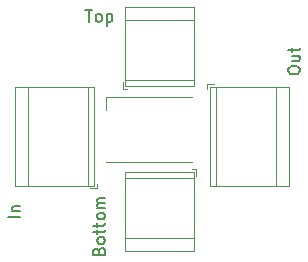
<source format=gbr>
%TF.GenerationSoftware,KiCad,Pcbnew,(6.0.7)*%
%TF.CreationDate,2022-11-13T21:56:09+01:00*%
%TF.ProjectId,LED Matrix,4c454420-4d61-4747-9269-782e6b696361,rev?*%
%TF.SameCoordinates,Original*%
%TF.FileFunction,Legend,Top*%
%TF.FilePolarity,Positive*%
%FSLAX46Y46*%
G04 Gerber Fmt 4.6, Leading zero omitted, Abs format (unit mm)*
G04 Created by KiCad (PCBNEW (6.0.7)) date 2022-11-13 21:56:09*
%MOMM*%
%LPD*%
G01*
G04 APERTURE LIST*
%ADD10C,0.150000*%
%ADD11C,0.120000*%
G04 APERTURE END LIST*
D10*
%TO.C,Out*%
X134072380Y-84653333D02*
X134072380Y-84462857D01*
X134120000Y-84367619D01*
X134215238Y-84272380D01*
X134405714Y-84224761D01*
X134739047Y-84224761D01*
X134929523Y-84272380D01*
X135024761Y-84367619D01*
X135072380Y-84462857D01*
X135072380Y-84653333D01*
X135024761Y-84748571D01*
X134929523Y-84843809D01*
X134739047Y-84891428D01*
X134405714Y-84891428D01*
X134215238Y-84843809D01*
X134120000Y-84748571D01*
X134072380Y-84653333D01*
X134405714Y-83367619D02*
X135072380Y-83367619D01*
X134405714Y-83796190D02*
X134929523Y-83796190D01*
X135024761Y-83748571D01*
X135072380Y-83653333D01*
X135072380Y-83510476D01*
X135024761Y-83415238D01*
X134977142Y-83367619D01*
X134405714Y-83034285D02*
X134405714Y-82653333D01*
X134072380Y-82891428D02*
X134929523Y-82891428D01*
X135024761Y-82843809D01*
X135072380Y-82748571D01*
X135072380Y-82653333D01*
%TO.C,Top*%
X116919523Y-79462380D02*
X117490952Y-79462380D01*
X117205238Y-80462380D02*
X117205238Y-79462380D01*
X117967142Y-80462380D02*
X117871904Y-80414761D01*
X117824285Y-80367142D01*
X117776666Y-80271904D01*
X117776666Y-79986190D01*
X117824285Y-79890952D01*
X117871904Y-79843333D01*
X117967142Y-79795714D01*
X118110000Y-79795714D01*
X118205238Y-79843333D01*
X118252857Y-79890952D01*
X118300476Y-79986190D01*
X118300476Y-80271904D01*
X118252857Y-80367142D01*
X118205238Y-80414761D01*
X118110000Y-80462380D01*
X117967142Y-80462380D01*
X118729047Y-79795714D02*
X118729047Y-80795714D01*
X118729047Y-79843333D02*
X118824285Y-79795714D01*
X119014761Y-79795714D01*
X119110000Y-79843333D01*
X119157619Y-79890952D01*
X119205238Y-79986190D01*
X119205238Y-80271904D01*
X119157619Y-80367142D01*
X119110000Y-80414761D01*
X119014761Y-80462380D01*
X118824285Y-80462380D01*
X118729047Y-80414761D01*
%TO.C,Bottom*%
X118038571Y-99861428D02*
X118086190Y-99718571D01*
X118133809Y-99670952D01*
X118229047Y-99623333D01*
X118371904Y-99623333D01*
X118467142Y-99670952D01*
X118514761Y-99718571D01*
X118562380Y-99813809D01*
X118562380Y-100194761D01*
X117562380Y-100194761D01*
X117562380Y-99861428D01*
X117610000Y-99766190D01*
X117657619Y-99718571D01*
X117752857Y-99670952D01*
X117848095Y-99670952D01*
X117943333Y-99718571D01*
X117990952Y-99766190D01*
X118038571Y-99861428D01*
X118038571Y-100194761D01*
X118562380Y-99051904D02*
X118514761Y-99147142D01*
X118467142Y-99194761D01*
X118371904Y-99242380D01*
X118086190Y-99242380D01*
X117990952Y-99194761D01*
X117943333Y-99147142D01*
X117895714Y-99051904D01*
X117895714Y-98909047D01*
X117943333Y-98813809D01*
X117990952Y-98766190D01*
X118086190Y-98718571D01*
X118371904Y-98718571D01*
X118467142Y-98766190D01*
X118514761Y-98813809D01*
X118562380Y-98909047D01*
X118562380Y-99051904D01*
X117895714Y-98432857D02*
X117895714Y-98051904D01*
X117562380Y-98290000D02*
X118419523Y-98290000D01*
X118514761Y-98242380D01*
X118562380Y-98147142D01*
X118562380Y-98051904D01*
X117895714Y-97861428D02*
X117895714Y-97480476D01*
X117562380Y-97718571D02*
X118419523Y-97718571D01*
X118514761Y-97670952D01*
X118562380Y-97575714D01*
X118562380Y-97480476D01*
X118562380Y-97004285D02*
X118514761Y-97099523D01*
X118467142Y-97147142D01*
X118371904Y-97194761D01*
X118086190Y-97194761D01*
X117990952Y-97147142D01*
X117943333Y-97099523D01*
X117895714Y-97004285D01*
X117895714Y-96861428D01*
X117943333Y-96766190D01*
X117990952Y-96718571D01*
X118086190Y-96670952D01*
X118371904Y-96670952D01*
X118467142Y-96718571D01*
X118514761Y-96766190D01*
X118562380Y-96861428D01*
X118562380Y-97004285D01*
X118562380Y-96242380D02*
X117895714Y-96242380D01*
X117990952Y-96242380D02*
X117943333Y-96194761D01*
X117895714Y-96099523D01*
X117895714Y-95956666D01*
X117943333Y-95861428D01*
X118038571Y-95813809D01*
X118562380Y-95813809D01*
X118038571Y-95813809D02*
X117943333Y-95766190D01*
X117895714Y-95670952D01*
X117895714Y-95528095D01*
X117943333Y-95432857D01*
X118038571Y-95385238D01*
X118562380Y-95385238D01*
%TO.C,In*%
X111382380Y-96972380D02*
X110382380Y-96972380D01*
X110715714Y-96496190D02*
X111382380Y-96496190D01*
X110810952Y-96496190D02*
X110763333Y-96448571D01*
X110715714Y-96353333D01*
X110715714Y-96210476D01*
X110763333Y-96115238D01*
X110858571Y-96067619D01*
X111382380Y-96067619D01*
D11*
%TO.C,Pix1*%
X125925000Y-86795000D02*
X118625000Y-86795000D01*
X118625000Y-86795000D02*
X118625000Y-87945000D01*
X125925000Y-92295000D02*
X118625000Y-92295000D01*
%TO.C,Out*%
X134180000Y-86010000D02*
X134180000Y-94330000D01*
X127960000Y-86010000D02*
X127960000Y-94330000D01*
X134180000Y-86010000D02*
X127440000Y-86010000D01*
X127200000Y-85770000D02*
X127200000Y-86170000D01*
X133060000Y-86010000D02*
X133060000Y-94330000D01*
X127840000Y-85770000D02*
X127200000Y-85770000D01*
X134180000Y-94330000D02*
X127440000Y-94330000D01*
X127440000Y-86010000D02*
X127440000Y-94330000D01*
%TO.C,Top*%
X126080000Y-79180000D02*
X126080000Y-85920000D01*
X120300000Y-85400000D02*
X126080000Y-85400000D01*
X120300000Y-79180000D02*
X126080000Y-79180000D01*
X120060000Y-85520000D02*
X120060000Y-86160000D01*
X120300000Y-79180000D02*
X120300000Y-85920000D01*
X120300000Y-80300000D02*
X126080000Y-80300000D01*
X120300000Y-85920000D02*
X126080000Y-85920000D01*
X120060000Y-86160000D02*
X120460000Y-86160000D01*
%TO.C,Bottom*%
X120300000Y-99890000D02*
X120300000Y-93150000D01*
X126080000Y-93670000D02*
X120300000Y-93670000D01*
X126080000Y-99890000D02*
X120300000Y-99890000D01*
X126320000Y-93550000D02*
X126320000Y-92910000D01*
X126080000Y-99890000D02*
X126080000Y-93150000D01*
X126080000Y-98770000D02*
X120300000Y-98770000D01*
X126080000Y-93150000D02*
X120300000Y-93150000D01*
X126320000Y-92910000D02*
X125920000Y-92910000D01*
%TO.C,In*%
X110930000Y-94330000D02*
X110930000Y-86010000D01*
X117150000Y-94330000D02*
X117150000Y-86010000D01*
X110930000Y-94330000D02*
X117670000Y-94330000D01*
X117910000Y-94570000D02*
X117910000Y-94170000D01*
X112050000Y-94330000D02*
X112050000Y-86010000D01*
X117270000Y-94570000D02*
X117910000Y-94570000D01*
X110930000Y-86010000D02*
X117670000Y-86010000D01*
X117670000Y-94330000D02*
X117670000Y-86010000D01*
%TD*%
M02*

</source>
